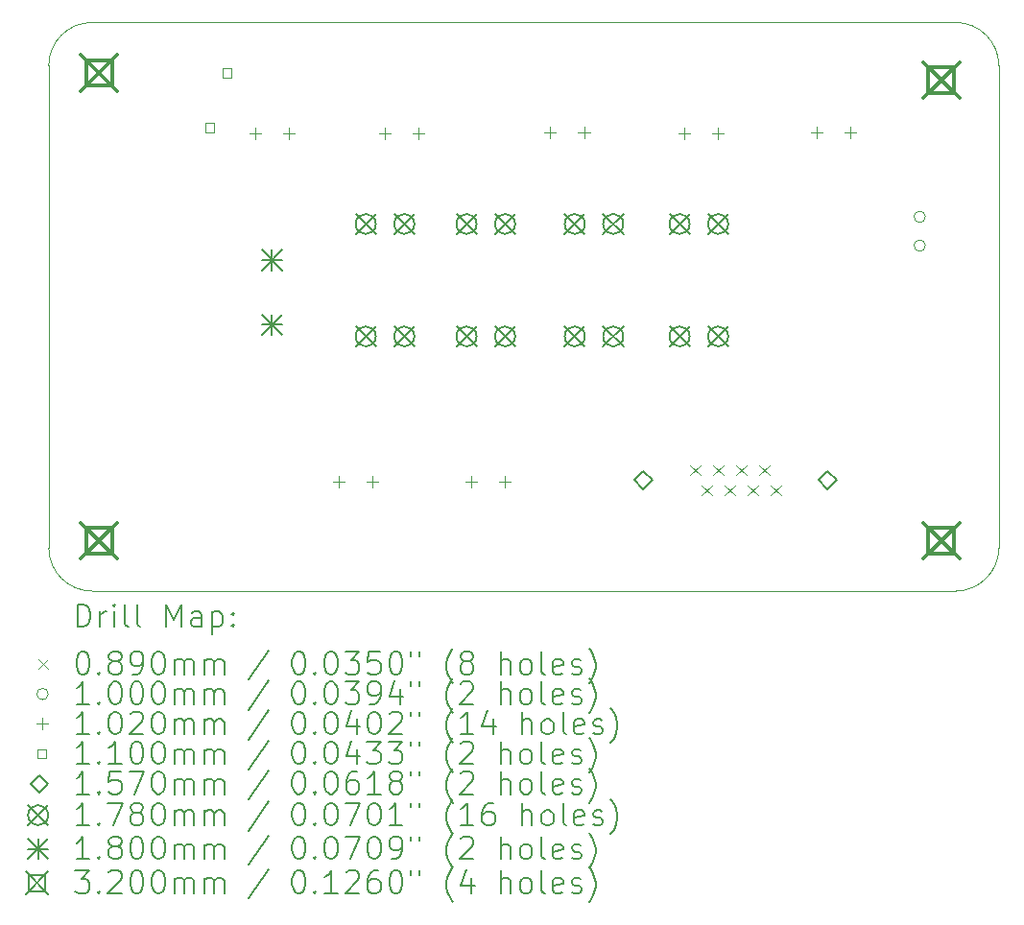
<source format=gbr>
%FSLAX45Y45*%
G04 Gerber Fmt 4.5, Leading zero omitted, Abs format (unit mm)*
G04 Created by KiCad (PCBNEW (6.0.4)) date 2023-05-16 23:10:23*
%MOMM*%
%LPD*%
G01*
G04 APERTURE LIST*
%TA.AperFunction,Profile*%
%ADD10C,0.100000*%
%TD*%
%ADD11C,0.200000*%
%ADD12C,0.089000*%
%ADD13C,0.100000*%
%ADD14C,0.102000*%
%ADD15C,0.110000*%
%ADD16C,0.157000*%
%ADD17C,0.178000*%
%ADD18C,0.180000*%
%ADD19C,0.320000*%
G04 APERTURE END LIST*
D10*
X4165600Y-10350500D02*
X4165600Y-14605000D01*
X4546600Y-9969500D02*
X12166600Y-9969500D01*
X12547600Y-10350500D02*
G75*
G03*
X12166600Y-9969500I-381000J0D01*
G01*
X4546600Y-9969500D02*
G75*
G03*
X4165600Y-10350500I0J-381000D01*
G01*
X4546600Y-14986000D02*
X12166600Y-14986000D01*
X12166600Y-14986000D02*
G75*
G03*
X12547600Y-14605000I0J381000D01*
G01*
X4165600Y-14605000D02*
G75*
G03*
X4546600Y-14986000I381000J0D01*
G01*
X12547600Y-10350500D02*
X12547600Y-14605000D01*
D11*
D12*
X9823400Y-13874500D02*
X9912400Y-13963500D01*
X9912400Y-13874500D02*
X9823400Y-13963500D01*
X9925000Y-14052500D02*
X10014000Y-14141500D01*
X10014000Y-14052500D02*
X9925000Y-14141500D01*
X10026600Y-13874500D02*
X10115600Y-13963500D01*
X10115600Y-13874500D02*
X10026600Y-13963500D01*
X10128200Y-14052500D02*
X10217200Y-14141500D01*
X10217200Y-14052500D02*
X10128200Y-14141500D01*
X10229800Y-13874500D02*
X10318800Y-13963500D01*
X10318800Y-13874500D02*
X10229800Y-13963500D01*
X10331400Y-14052500D02*
X10420400Y-14141500D01*
X10420400Y-14052500D02*
X10331400Y-14141500D01*
X10433000Y-13874500D02*
X10522000Y-13963500D01*
X10522000Y-13874500D02*
X10433000Y-13963500D01*
X10534600Y-14052500D02*
X10623600Y-14141500D01*
X10623600Y-14052500D02*
X10534600Y-14141500D01*
D13*
X11899100Y-11684000D02*
G75*
G03*
X11899100Y-11684000I-50000J0D01*
G01*
X11899100Y-11938000D02*
G75*
G03*
X11899100Y-11938000I-50000J0D01*
G01*
D14*
X5984100Y-10896600D02*
X5984100Y-10998600D01*
X5933100Y-10947600D02*
X6035100Y-10947600D01*
X6284100Y-10896600D02*
X6284100Y-10998600D01*
X6233100Y-10947600D02*
X6335100Y-10947600D01*
X6723100Y-13969800D02*
X6723100Y-14071800D01*
X6672100Y-14020800D02*
X6774100Y-14020800D01*
X7023100Y-13969800D02*
X7023100Y-14071800D01*
X6972100Y-14020800D02*
X7074100Y-14020800D01*
X7127100Y-10896600D02*
X7127100Y-10998600D01*
X7076100Y-10947600D02*
X7178100Y-10947600D01*
X7427100Y-10896600D02*
X7427100Y-10998600D01*
X7376100Y-10947600D02*
X7478100Y-10947600D01*
X7889100Y-13969800D02*
X7889100Y-14071800D01*
X7838100Y-14020800D02*
X7940100Y-14020800D01*
X8189100Y-13969800D02*
X8189100Y-14071800D01*
X8138100Y-14020800D02*
X8240100Y-14020800D01*
X8587600Y-10887000D02*
X8587600Y-10989000D01*
X8536600Y-10938000D02*
X8638600Y-10938000D01*
X8887600Y-10887000D02*
X8887600Y-10989000D01*
X8836600Y-10938000D02*
X8938600Y-10938000D01*
X9768700Y-10896600D02*
X9768700Y-10998600D01*
X9717700Y-10947600D02*
X9819700Y-10947600D01*
X10068700Y-10896600D02*
X10068700Y-10998600D01*
X10017700Y-10947600D02*
X10119700Y-10947600D01*
X10937100Y-10887000D02*
X10937100Y-10989000D01*
X10886100Y-10938000D02*
X10988100Y-10938000D01*
X11237100Y-10887000D02*
X11237100Y-10989000D01*
X11186100Y-10938000D02*
X11288100Y-10938000D01*
D15*
X5626891Y-10935491D02*
X5626891Y-10857709D01*
X5549109Y-10857709D01*
X5549109Y-10935491D01*
X5626891Y-10935491D01*
X5779291Y-10452891D02*
X5779291Y-10375109D01*
X5701509Y-10375109D01*
X5701509Y-10452891D01*
X5779291Y-10452891D01*
D16*
X9410100Y-14086500D02*
X9488600Y-14008000D01*
X9410100Y-13929500D01*
X9331600Y-14008000D01*
X9410100Y-14086500D01*
X11036100Y-14086500D02*
X11114600Y-14008000D01*
X11036100Y-13929500D01*
X10957600Y-14008000D01*
X11036100Y-14086500D01*
D17*
X6873500Y-11658500D02*
X7051500Y-11836500D01*
X7051500Y-11658500D02*
X6873500Y-11836500D01*
X7051500Y-11747500D02*
G75*
G03*
X7051500Y-11747500I-89000J0D01*
G01*
X6873500Y-12650500D02*
X7051500Y-12828500D01*
X7051500Y-12650500D02*
X6873500Y-12828500D01*
X7051500Y-12739500D02*
G75*
G03*
X7051500Y-12739500I-89000J0D01*
G01*
X7213500Y-11658500D02*
X7391500Y-11836500D01*
X7391500Y-11658500D02*
X7213500Y-11836500D01*
X7391500Y-11747500D02*
G75*
G03*
X7391500Y-11747500I-89000J0D01*
G01*
X7213500Y-12650500D02*
X7391500Y-12828500D01*
X7391500Y-12650500D02*
X7213500Y-12828500D01*
X7391500Y-12739500D02*
G75*
G03*
X7391500Y-12739500I-89000J0D01*
G01*
X7762500Y-11658500D02*
X7940500Y-11836500D01*
X7940500Y-11658500D02*
X7762500Y-11836500D01*
X7940500Y-11747500D02*
G75*
G03*
X7940500Y-11747500I-89000J0D01*
G01*
X7762500Y-12650500D02*
X7940500Y-12828500D01*
X7940500Y-12650500D02*
X7762500Y-12828500D01*
X7940500Y-12739500D02*
G75*
G03*
X7940500Y-12739500I-89000J0D01*
G01*
X8102500Y-11658500D02*
X8280500Y-11836500D01*
X8280500Y-11658500D02*
X8102500Y-11836500D01*
X8280500Y-11747500D02*
G75*
G03*
X8280500Y-11747500I-89000J0D01*
G01*
X8102500Y-12650500D02*
X8280500Y-12828500D01*
X8280500Y-12650500D02*
X8102500Y-12828500D01*
X8280500Y-12739500D02*
G75*
G03*
X8280500Y-12739500I-89000J0D01*
G01*
X8716677Y-11658500D02*
X8894677Y-11836500D01*
X8894677Y-11658500D02*
X8716677Y-11836500D01*
X8894677Y-11747500D02*
G75*
G03*
X8894677Y-11747500I-89000J0D01*
G01*
X8716677Y-12650500D02*
X8894677Y-12828500D01*
X8894677Y-12650500D02*
X8716677Y-12828500D01*
X8894677Y-12739500D02*
G75*
G03*
X8894677Y-12739500I-89000J0D01*
G01*
X9056677Y-11658500D02*
X9234677Y-11836500D01*
X9234677Y-11658500D02*
X9056677Y-11836500D01*
X9234677Y-11747500D02*
G75*
G03*
X9234677Y-11747500I-89000J0D01*
G01*
X9056677Y-12650500D02*
X9234677Y-12828500D01*
X9234677Y-12650500D02*
X9056677Y-12828500D01*
X9234677Y-12739500D02*
G75*
G03*
X9234677Y-12739500I-89000J0D01*
G01*
X9642100Y-11658500D02*
X9820100Y-11836500D01*
X9820100Y-11658500D02*
X9642100Y-11836500D01*
X9820100Y-11747500D02*
G75*
G03*
X9820100Y-11747500I-89000J0D01*
G01*
X9642100Y-12650500D02*
X9820100Y-12828500D01*
X9820100Y-12650500D02*
X9642100Y-12828500D01*
X9820100Y-12739500D02*
G75*
G03*
X9820100Y-12739500I-89000J0D01*
G01*
X9982100Y-11658500D02*
X10160100Y-11836500D01*
X10160100Y-11658500D02*
X9982100Y-11836500D01*
X10160100Y-11747500D02*
G75*
G03*
X10160100Y-11747500I-89000J0D01*
G01*
X9982100Y-12650500D02*
X10160100Y-12828500D01*
X10160100Y-12650500D02*
X9982100Y-12828500D01*
X10160100Y-12739500D02*
G75*
G03*
X10160100Y-12739500I-89000J0D01*
G01*
D18*
X6044100Y-11976500D02*
X6224100Y-12156500D01*
X6224100Y-11976500D02*
X6044100Y-12156500D01*
X6134100Y-11976500D02*
X6134100Y-12156500D01*
X6044100Y-12066500D02*
X6224100Y-12066500D01*
X6044100Y-12546500D02*
X6224100Y-12726500D01*
X6224100Y-12546500D02*
X6044100Y-12726500D01*
X6134100Y-12546500D02*
X6134100Y-12726500D01*
X6044100Y-12636500D02*
X6224100Y-12636500D01*
D19*
X4450100Y-10254000D02*
X4770100Y-10574000D01*
X4770100Y-10254000D02*
X4450100Y-10574000D01*
X4723238Y-10527138D02*
X4723238Y-10300862D01*
X4496962Y-10300862D01*
X4496962Y-10527138D01*
X4723238Y-10527138D01*
X4450100Y-14381500D02*
X4770100Y-14701500D01*
X4770100Y-14381500D02*
X4450100Y-14701500D01*
X4723238Y-14654638D02*
X4723238Y-14428362D01*
X4496962Y-14428362D01*
X4496962Y-14654638D01*
X4723238Y-14654638D01*
X11879600Y-10317500D02*
X12199600Y-10637500D01*
X12199600Y-10317500D02*
X11879600Y-10637500D01*
X12152738Y-10590638D02*
X12152738Y-10364362D01*
X11926462Y-10364362D01*
X11926462Y-10590638D01*
X12152738Y-10590638D01*
X11879600Y-14381500D02*
X12199600Y-14701500D01*
X12199600Y-14381500D02*
X11879600Y-14701500D01*
X12152738Y-14654638D02*
X12152738Y-14428362D01*
X11926462Y-14428362D01*
X11926462Y-14654638D01*
X12152738Y-14654638D01*
D11*
X4418219Y-15301476D02*
X4418219Y-15101476D01*
X4465838Y-15101476D01*
X4494410Y-15111000D01*
X4513457Y-15130048D01*
X4522981Y-15149095D01*
X4532505Y-15187190D01*
X4532505Y-15215762D01*
X4522981Y-15253857D01*
X4513457Y-15272905D01*
X4494410Y-15291952D01*
X4465838Y-15301476D01*
X4418219Y-15301476D01*
X4618219Y-15301476D02*
X4618219Y-15168143D01*
X4618219Y-15206238D02*
X4627743Y-15187190D01*
X4637267Y-15177667D01*
X4656314Y-15168143D01*
X4675362Y-15168143D01*
X4742029Y-15301476D02*
X4742029Y-15168143D01*
X4742029Y-15101476D02*
X4732505Y-15111000D01*
X4742029Y-15120524D01*
X4751552Y-15111000D01*
X4742029Y-15101476D01*
X4742029Y-15120524D01*
X4865838Y-15301476D02*
X4846790Y-15291952D01*
X4837267Y-15272905D01*
X4837267Y-15101476D01*
X4970600Y-15301476D02*
X4951552Y-15291952D01*
X4942029Y-15272905D01*
X4942029Y-15101476D01*
X5199171Y-15301476D02*
X5199171Y-15101476D01*
X5265838Y-15244333D01*
X5332505Y-15101476D01*
X5332505Y-15301476D01*
X5513457Y-15301476D02*
X5513457Y-15196714D01*
X5503933Y-15177667D01*
X5484886Y-15168143D01*
X5446790Y-15168143D01*
X5427743Y-15177667D01*
X5513457Y-15291952D02*
X5494410Y-15301476D01*
X5446790Y-15301476D01*
X5427743Y-15291952D01*
X5418219Y-15272905D01*
X5418219Y-15253857D01*
X5427743Y-15234809D01*
X5446790Y-15225286D01*
X5494410Y-15225286D01*
X5513457Y-15215762D01*
X5608695Y-15168143D02*
X5608695Y-15368143D01*
X5608695Y-15177667D02*
X5627743Y-15168143D01*
X5665838Y-15168143D01*
X5684886Y-15177667D01*
X5694409Y-15187190D01*
X5703933Y-15206238D01*
X5703933Y-15263381D01*
X5694409Y-15282428D01*
X5684886Y-15291952D01*
X5665838Y-15301476D01*
X5627743Y-15301476D01*
X5608695Y-15291952D01*
X5789648Y-15282428D02*
X5799171Y-15291952D01*
X5789648Y-15301476D01*
X5780124Y-15291952D01*
X5789648Y-15282428D01*
X5789648Y-15301476D01*
X5789648Y-15177667D02*
X5799171Y-15187190D01*
X5789648Y-15196714D01*
X5780124Y-15187190D01*
X5789648Y-15177667D01*
X5789648Y-15196714D01*
D12*
X4071600Y-15586500D02*
X4160600Y-15675500D01*
X4160600Y-15586500D02*
X4071600Y-15675500D01*
D11*
X4456314Y-15521476D02*
X4475362Y-15521476D01*
X4494410Y-15531000D01*
X4503933Y-15540524D01*
X4513457Y-15559571D01*
X4522981Y-15597667D01*
X4522981Y-15645286D01*
X4513457Y-15683381D01*
X4503933Y-15702428D01*
X4494410Y-15711952D01*
X4475362Y-15721476D01*
X4456314Y-15721476D01*
X4437267Y-15711952D01*
X4427743Y-15702428D01*
X4418219Y-15683381D01*
X4408695Y-15645286D01*
X4408695Y-15597667D01*
X4418219Y-15559571D01*
X4427743Y-15540524D01*
X4437267Y-15531000D01*
X4456314Y-15521476D01*
X4608695Y-15702428D02*
X4618219Y-15711952D01*
X4608695Y-15721476D01*
X4599171Y-15711952D01*
X4608695Y-15702428D01*
X4608695Y-15721476D01*
X4732505Y-15607190D02*
X4713457Y-15597667D01*
X4703933Y-15588143D01*
X4694410Y-15569095D01*
X4694410Y-15559571D01*
X4703933Y-15540524D01*
X4713457Y-15531000D01*
X4732505Y-15521476D01*
X4770600Y-15521476D01*
X4789648Y-15531000D01*
X4799171Y-15540524D01*
X4808695Y-15559571D01*
X4808695Y-15569095D01*
X4799171Y-15588143D01*
X4789648Y-15597667D01*
X4770600Y-15607190D01*
X4732505Y-15607190D01*
X4713457Y-15616714D01*
X4703933Y-15626238D01*
X4694410Y-15645286D01*
X4694410Y-15683381D01*
X4703933Y-15702428D01*
X4713457Y-15711952D01*
X4732505Y-15721476D01*
X4770600Y-15721476D01*
X4789648Y-15711952D01*
X4799171Y-15702428D01*
X4808695Y-15683381D01*
X4808695Y-15645286D01*
X4799171Y-15626238D01*
X4789648Y-15616714D01*
X4770600Y-15607190D01*
X4903933Y-15721476D02*
X4942029Y-15721476D01*
X4961076Y-15711952D01*
X4970600Y-15702428D01*
X4989648Y-15673857D01*
X4999171Y-15635762D01*
X4999171Y-15559571D01*
X4989648Y-15540524D01*
X4980124Y-15531000D01*
X4961076Y-15521476D01*
X4922981Y-15521476D01*
X4903933Y-15531000D01*
X4894410Y-15540524D01*
X4884886Y-15559571D01*
X4884886Y-15607190D01*
X4894410Y-15626238D01*
X4903933Y-15635762D01*
X4922981Y-15645286D01*
X4961076Y-15645286D01*
X4980124Y-15635762D01*
X4989648Y-15626238D01*
X4999171Y-15607190D01*
X5122981Y-15521476D02*
X5142029Y-15521476D01*
X5161076Y-15531000D01*
X5170600Y-15540524D01*
X5180124Y-15559571D01*
X5189648Y-15597667D01*
X5189648Y-15645286D01*
X5180124Y-15683381D01*
X5170600Y-15702428D01*
X5161076Y-15711952D01*
X5142029Y-15721476D01*
X5122981Y-15721476D01*
X5103933Y-15711952D01*
X5094410Y-15702428D01*
X5084886Y-15683381D01*
X5075362Y-15645286D01*
X5075362Y-15597667D01*
X5084886Y-15559571D01*
X5094410Y-15540524D01*
X5103933Y-15531000D01*
X5122981Y-15521476D01*
X5275362Y-15721476D02*
X5275362Y-15588143D01*
X5275362Y-15607190D02*
X5284886Y-15597667D01*
X5303933Y-15588143D01*
X5332505Y-15588143D01*
X5351552Y-15597667D01*
X5361076Y-15616714D01*
X5361076Y-15721476D01*
X5361076Y-15616714D02*
X5370600Y-15597667D01*
X5389648Y-15588143D01*
X5418219Y-15588143D01*
X5437267Y-15597667D01*
X5446790Y-15616714D01*
X5446790Y-15721476D01*
X5542029Y-15721476D02*
X5542029Y-15588143D01*
X5542029Y-15607190D02*
X5551552Y-15597667D01*
X5570600Y-15588143D01*
X5599171Y-15588143D01*
X5618219Y-15597667D01*
X5627743Y-15616714D01*
X5627743Y-15721476D01*
X5627743Y-15616714D02*
X5637267Y-15597667D01*
X5656314Y-15588143D01*
X5684886Y-15588143D01*
X5703933Y-15597667D01*
X5713457Y-15616714D01*
X5713457Y-15721476D01*
X6103933Y-15511952D02*
X5932505Y-15769095D01*
X6361076Y-15521476D02*
X6380124Y-15521476D01*
X6399171Y-15531000D01*
X6408695Y-15540524D01*
X6418219Y-15559571D01*
X6427743Y-15597667D01*
X6427743Y-15645286D01*
X6418219Y-15683381D01*
X6408695Y-15702428D01*
X6399171Y-15711952D01*
X6380124Y-15721476D01*
X6361076Y-15721476D01*
X6342028Y-15711952D01*
X6332505Y-15702428D01*
X6322981Y-15683381D01*
X6313457Y-15645286D01*
X6313457Y-15597667D01*
X6322981Y-15559571D01*
X6332505Y-15540524D01*
X6342028Y-15531000D01*
X6361076Y-15521476D01*
X6513457Y-15702428D02*
X6522981Y-15711952D01*
X6513457Y-15721476D01*
X6503933Y-15711952D01*
X6513457Y-15702428D01*
X6513457Y-15721476D01*
X6646790Y-15521476D02*
X6665838Y-15521476D01*
X6684886Y-15531000D01*
X6694409Y-15540524D01*
X6703933Y-15559571D01*
X6713457Y-15597667D01*
X6713457Y-15645286D01*
X6703933Y-15683381D01*
X6694409Y-15702428D01*
X6684886Y-15711952D01*
X6665838Y-15721476D01*
X6646790Y-15721476D01*
X6627743Y-15711952D01*
X6618219Y-15702428D01*
X6608695Y-15683381D01*
X6599171Y-15645286D01*
X6599171Y-15597667D01*
X6608695Y-15559571D01*
X6618219Y-15540524D01*
X6627743Y-15531000D01*
X6646790Y-15521476D01*
X6780124Y-15521476D02*
X6903933Y-15521476D01*
X6837267Y-15597667D01*
X6865838Y-15597667D01*
X6884886Y-15607190D01*
X6894409Y-15616714D01*
X6903933Y-15635762D01*
X6903933Y-15683381D01*
X6894409Y-15702428D01*
X6884886Y-15711952D01*
X6865838Y-15721476D01*
X6808695Y-15721476D01*
X6789648Y-15711952D01*
X6780124Y-15702428D01*
X7084886Y-15521476D02*
X6989648Y-15521476D01*
X6980124Y-15616714D01*
X6989648Y-15607190D01*
X7008695Y-15597667D01*
X7056314Y-15597667D01*
X7075362Y-15607190D01*
X7084886Y-15616714D01*
X7094409Y-15635762D01*
X7094409Y-15683381D01*
X7084886Y-15702428D01*
X7075362Y-15711952D01*
X7056314Y-15721476D01*
X7008695Y-15721476D01*
X6989648Y-15711952D01*
X6980124Y-15702428D01*
X7218219Y-15521476D02*
X7237267Y-15521476D01*
X7256314Y-15531000D01*
X7265838Y-15540524D01*
X7275362Y-15559571D01*
X7284886Y-15597667D01*
X7284886Y-15645286D01*
X7275362Y-15683381D01*
X7265838Y-15702428D01*
X7256314Y-15711952D01*
X7237267Y-15721476D01*
X7218219Y-15721476D01*
X7199171Y-15711952D01*
X7189648Y-15702428D01*
X7180124Y-15683381D01*
X7170600Y-15645286D01*
X7170600Y-15597667D01*
X7180124Y-15559571D01*
X7189648Y-15540524D01*
X7199171Y-15531000D01*
X7218219Y-15521476D01*
X7361076Y-15521476D02*
X7361076Y-15559571D01*
X7437267Y-15521476D02*
X7437267Y-15559571D01*
X7732505Y-15797667D02*
X7722981Y-15788143D01*
X7703933Y-15759571D01*
X7694409Y-15740524D01*
X7684886Y-15711952D01*
X7675362Y-15664333D01*
X7675362Y-15626238D01*
X7684886Y-15578619D01*
X7694409Y-15550048D01*
X7703933Y-15531000D01*
X7722981Y-15502428D01*
X7732505Y-15492905D01*
X7837267Y-15607190D02*
X7818219Y-15597667D01*
X7808695Y-15588143D01*
X7799171Y-15569095D01*
X7799171Y-15559571D01*
X7808695Y-15540524D01*
X7818219Y-15531000D01*
X7837267Y-15521476D01*
X7875362Y-15521476D01*
X7894409Y-15531000D01*
X7903933Y-15540524D01*
X7913457Y-15559571D01*
X7913457Y-15569095D01*
X7903933Y-15588143D01*
X7894409Y-15597667D01*
X7875362Y-15607190D01*
X7837267Y-15607190D01*
X7818219Y-15616714D01*
X7808695Y-15626238D01*
X7799171Y-15645286D01*
X7799171Y-15683381D01*
X7808695Y-15702428D01*
X7818219Y-15711952D01*
X7837267Y-15721476D01*
X7875362Y-15721476D01*
X7894409Y-15711952D01*
X7903933Y-15702428D01*
X7913457Y-15683381D01*
X7913457Y-15645286D01*
X7903933Y-15626238D01*
X7894409Y-15616714D01*
X7875362Y-15607190D01*
X8151552Y-15721476D02*
X8151552Y-15521476D01*
X8237267Y-15721476D02*
X8237267Y-15616714D01*
X8227743Y-15597667D01*
X8208695Y-15588143D01*
X8180124Y-15588143D01*
X8161076Y-15597667D01*
X8151552Y-15607190D01*
X8361076Y-15721476D02*
X8342028Y-15711952D01*
X8332505Y-15702428D01*
X8322981Y-15683381D01*
X8322981Y-15626238D01*
X8332505Y-15607190D01*
X8342028Y-15597667D01*
X8361076Y-15588143D01*
X8389648Y-15588143D01*
X8408695Y-15597667D01*
X8418219Y-15607190D01*
X8427743Y-15626238D01*
X8427743Y-15683381D01*
X8418219Y-15702428D01*
X8408695Y-15711952D01*
X8389648Y-15721476D01*
X8361076Y-15721476D01*
X8542029Y-15721476D02*
X8522981Y-15711952D01*
X8513457Y-15692905D01*
X8513457Y-15521476D01*
X8694410Y-15711952D02*
X8675362Y-15721476D01*
X8637267Y-15721476D01*
X8618219Y-15711952D01*
X8608695Y-15692905D01*
X8608695Y-15616714D01*
X8618219Y-15597667D01*
X8637267Y-15588143D01*
X8675362Y-15588143D01*
X8694410Y-15597667D01*
X8703933Y-15616714D01*
X8703933Y-15635762D01*
X8608695Y-15654809D01*
X8780124Y-15711952D02*
X8799171Y-15721476D01*
X8837267Y-15721476D01*
X8856314Y-15711952D01*
X8865838Y-15692905D01*
X8865838Y-15683381D01*
X8856314Y-15664333D01*
X8837267Y-15654809D01*
X8808695Y-15654809D01*
X8789648Y-15645286D01*
X8780124Y-15626238D01*
X8780124Y-15616714D01*
X8789648Y-15597667D01*
X8808695Y-15588143D01*
X8837267Y-15588143D01*
X8856314Y-15597667D01*
X8932505Y-15797667D02*
X8942029Y-15788143D01*
X8961076Y-15759571D01*
X8970600Y-15740524D01*
X8980124Y-15711952D01*
X8989648Y-15664333D01*
X8989648Y-15626238D01*
X8980124Y-15578619D01*
X8970600Y-15550048D01*
X8961076Y-15531000D01*
X8942029Y-15502428D01*
X8932505Y-15492905D01*
D13*
X4160600Y-15895000D02*
G75*
G03*
X4160600Y-15895000I-50000J0D01*
G01*
D11*
X4522981Y-15985476D02*
X4408695Y-15985476D01*
X4465838Y-15985476D02*
X4465838Y-15785476D01*
X4446790Y-15814048D01*
X4427743Y-15833095D01*
X4408695Y-15842619D01*
X4608695Y-15966428D02*
X4618219Y-15975952D01*
X4608695Y-15985476D01*
X4599171Y-15975952D01*
X4608695Y-15966428D01*
X4608695Y-15985476D01*
X4742029Y-15785476D02*
X4761076Y-15785476D01*
X4780124Y-15795000D01*
X4789648Y-15804524D01*
X4799171Y-15823571D01*
X4808695Y-15861667D01*
X4808695Y-15909286D01*
X4799171Y-15947381D01*
X4789648Y-15966428D01*
X4780124Y-15975952D01*
X4761076Y-15985476D01*
X4742029Y-15985476D01*
X4722981Y-15975952D01*
X4713457Y-15966428D01*
X4703933Y-15947381D01*
X4694410Y-15909286D01*
X4694410Y-15861667D01*
X4703933Y-15823571D01*
X4713457Y-15804524D01*
X4722981Y-15795000D01*
X4742029Y-15785476D01*
X4932505Y-15785476D02*
X4951552Y-15785476D01*
X4970600Y-15795000D01*
X4980124Y-15804524D01*
X4989648Y-15823571D01*
X4999171Y-15861667D01*
X4999171Y-15909286D01*
X4989648Y-15947381D01*
X4980124Y-15966428D01*
X4970600Y-15975952D01*
X4951552Y-15985476D01*
X4932505Y-15985476D01*
X4913457Y-15975952D01*
X4903933Y-15966428D01*
X4894410Y-15947381D01*
X4884886Y-15909286D01*
X4884886Y-15861667D01*
X4894410Y-15823571D01*
X4903933Y-15804524D01*
X4913457Y-15795000D01*
X4932505Y-15785476D01*
X5122981Y-15785476D02*
X5142029Y-15785476D01*
X5161076Y-15795000D01*
X5170600Y-15804524D01*
X5180124Y-15823571D01*
X5189648Y-15861667D01*
X5189648Y-15909286D01*
X5180124Y-15947381D01*
X5170600Y-15966428D01*
X5161076Y-15975952D01*
X5142029Y-15985476D01*
X5122981Y-15985476D01*
X5103933Y-15975952D01*
X5094410Y-15966428D01*
X5084886Y-15947381D01*
X5075362Y-15909286D01*
X5075362Y-15861667D01*
X5084886Y-15823571D01*
X5094410Y-15804524D01*
X5103933Y-15795000D01*
X5122981Y-15785476D01*
X5275362Y-15985476D02*
X5275362Y-15852143D01*
X5275362Y-15871190D02*
X5284886Y-15861667D01*
X5303933Y-15852143D01*
X5332505Y-15852143D01*
X5351552Y-15861667D01*
X5361076Y-15880714D01*
X5361076Y-15985476D01*
X5361076Y-15880714D02*
X5370600Y-15861667D01*
X5389648Y-15852143D01*
X5418219Y-15852143D01*
X5437267Y-15861667D01*
X5446790Y-15880714D01*
X5446790Y-15985476D01*
X5542029Y-15985476D02*
X5542029Y-15852143D01*
X5542029Y-15871190D02*
X5551552Y-15861667D01*
X5570600Y-15852143D01*
X5599171Y-15852143D01*
X5618219Y-15861667D01*
X5627743Y-15880714D01*
X5627743Y-15985476D01*
X5627743Y-15880714D02*
X5637267Y-15861667D01*
X5656314Y-15852143D01*
X5684886Y-15852143D01*
X5703933Y-15861667D01*
X5713457Y-15880714D01*
X5713457Y-15985476D01*
X6103933Y-15775952D02*
X5932505Y-16033095D01*
X6361076Y-15785476D02*
X6380124Y-15785476D01*
X6399171Y-15795000D01*
X6408695Y-15804524D01*
X6418219Y-15823571D01*
X6427743Y-15861667D01*
X6427743Y-15909286D01*
X6418219Y-15947381D01*
X6408695Y-15966428D01*
X6399171Y-15975952D01*
X6380124Y-15985476D01*
X6361076Y-15985476D01*
X6342028Y-15975952D01*
X6332505Y-15966428D01*
X6322981Y-15947381D01*
X6313457Y-15909286D01*
X6313457Y-15861667D01*
X6322981Y-15823571D01*
X6332505Y-15804524D01*
X6342028Y-15795000D01*
X6361076Y-15785476D01*
X6513457Y-15966428D02*
X6522981Y-15975952D01*
X6513457Y-15985476D01*
X6503933Y-15975952D01*
X6513457Y-15966428D01*
X6513457Y-15985476D01*
X6646790Y-15785476D02*
X6665838Y-15785476D01*
X6684886Y-15795000D01*
X6694409Y-15804524D01*
X6703933Y-15823571D01*
X6713457Y-15861667D01*
X6713457Y-15909286D01*
X6703933Y-15947381D01*
X6694409Y-15966428D01*
X6684886Y-15975952D01*
X6665838Y-15985476D01*
X6646790Y-15985476D01*
X6627743Y-15975952D01*
X6618219Y-15966428D01*
X6608695Y-15947381D01*
X6599171Y-15909286D01*
X6599171Y-15861667D01*
X6608695Y-15823571D01*
X6618219Y-15804524D01*
X6627743Y-15795000D01*
X6646790Y-15785476D01*
X6780124Y-15785476D02*
X6903933Y-15785476D01*
X6837267Y-15861667D01*
X6865838Y-15861667D01*
X6884886Y-15871190D01*
X6894409Y-15880714D01*
X6903933Y-15899762D01*
X6903933Y-15947381D01*
X6894409Y-15966428D01*
X6884886Y-15975952D01*
X6865838Y-15985476D01*
X6808695Y-15985476D01*
X6789648Y-15975952D01*
X6780124Y-15966428D01*
X6999171Y-15985476D02*
X7037267Y-15985476D01*
X7056314Y-15975952D01*
X7065838Y-15966428D01*
X7084886Y-15937857D01*
X7094409Y-15899762D01*
X7094409Y-15823571D01*
X7084886Y-15804524D01*
X7075362Y-15795000D01*
X7056314Y-15785476D01*
X7018219Y-15785476D01*
X6999171Y-15795000D01*
X6989648Y-15804524D01*
X6980124Y-15823571D01*
X6980124Y-15871190D01*
X6989648Y-15890238D01*
X6999171Y-15899762D01*
X7018219Y-15909286D01*
X7056314Y-15909286D01*
X7075362Y-15899762D01*
X7084886Y-15890238D01*
X7094409Y-15871190D01*
X7265838Y-15852143D02*
X7265838Y-15985476D01*
X7218219Y-15775952D02*
X7170600Y-15918809D01*
X7294409Y-15918809D01*
X7361076Y-15785476D02*
X7361076Y-15823571D01*
X7437267Y-15785476D02*
X7437267Y-15823571D01*
X7732505Y-16061667D02*
X7722981Y-16052143D01*
X7703933Y-16023571D01*
X7694409Y-16004524D01*
X7684886Y-15975952D01*
X7675362Y-15928333D01*
X7675362Y-15890238D01*
X7684886Y-15842619D01*
X7694409Y-15814048D01*
X7703933Y-15795000D01*
X7722981Y-15766428D01*
X7732505Y-15756905D01*
X7799171Y-15804524D02*
X7808695Y-15795000D01*
X7827743Y-15785476D01*
X7875362Y-15785476D01*
X7894409Y-15795000D01*
X7903933Y-15804524D01*
X7913457Y-15823571D01*
X7913457Y-15842619D01*
X7903933Y-15871190D01*
X7789648Y-15985476D01*
X7913457Y-15985476D01*
X8151552Y-15985476D02*
X8151552Y-15785476D01*
X8237267Y-15985476D02*
X8237267Y-15880714D01*
X8227743Y-15861667D01*
X8208695Y-15852143D01*
X8180124Y-15852143D01*
X8161076Y-15861667D01*
X8151552Y-15871190D01*
X8361076Y-15985476D02*
X8342028Y-15975952D01*
X8332505Y-15966428D01*
X8322981Y-15947381D01*
X8322981Y-15890238D01*
X8332505Y-15871190D01*
X8342028Y-15861667D01*
X8361076Y-15852143D01*
X8389648Y-15852143D01*
X8408695Y-15861667D01*
X8418219Y-15871190D01*
X8427743Y-15890238D01*
X8427743Y-15947381D01*
X8418219Y-15966428D01*
X8408695Y-15975952D01*
X8389648Y-15985476D01*
X8361076Y-15985476D01*
X8542029Y-15985476D02*
X8522981Y-15975952D01*
X8513457Y-15956905D01*
X8513457Y-15785476D01*
X8694410Y-15975952D02*
X8675362Y-15985476D01*
X8637267Y-15985476D01*
X8618219Y-15975952D01*
X8608695Y-15956905D01*
X8608695Y-15880714D01*
X8618219Y-15861667D01*
X8637267Y-15852143D01*
X8675362Y-15852143D01*
X8694410Y-15861667D01*
X8703933Y-15880714D01*
X8703933Y-15899762D01*
X8608695Y-15918809D01*
X8780124Y-15975952D02*
X8799171Y-15985476D01*
X8837267Y-15985476D01*
X8856314Y-15975952D01*
X8865838Y-15956905D01*
X8865838Y-15947381D01*
X8856314Y-15928333D01*
X8837267Y-15918809D01*
X8808695Y-15918809D01*
X8789648Y-15909286D01*
X8780124Y-15890238D01*
X8780124Y-15880714D01*
X8789648Y-15861667D01*
X8808695Y-15852143D01*
X8837267Y-15852143D01*
X8856314Y-15861667D01*
X8932505Y-16061667D02*
X8942029Y-16052143D01*
X8961076Y-16023571D01*
X8970600Y-16004524D01*
X8980124Y-15975952D01*
X8989648Y-15928333D01*
X8989648Y-15890238D01*
X8980124Y-15842619D01*
X8970600Y-15814048D01*
X8961076Y-15795000D01*
X8942029Y-15766428D01*
X8932505Y-15756905D01*
D14*
X4109600Y-16108000D02*
X4109600Y-16210000D01*
X4058600Y-16159000D02*
X4160600Y-16159000D01*
D11*
X4522981Y-16249476D02*
X4408695Y-16249476D01*
X4465838Y-16249476D02*
X4465838Y-16049476D01*
X4446790Y-16078048D01*
X4427743Y-16097095D01*
X4408695Y-16106619D01*
X4608695Y-16230428D02*
X4618219Y-16239952D01*
X4608695Y-16249476D01*
X4599171Y-16239952D01*
X4608695Y-16230428D01*
X4608695Y-16249476D01*
X4742029Y-16049476D02*
X4761076Y-16049476D01*
X4780124Y-16059000D01*
X4789648Y-16068524D01*
X4799171Y-16087571D01*
X4808695Y-16125667D01*
X4808695Y-16173286D01*
X4799171Y-16211381D01*
X4789648Y-16230428D01*
X4780124Y-16239952D01*
X4761076Y-16249476D01*
X4742029Y-16249476D01*
X4722981Y-16239952D01*
X4713457Y-16230428D01*
X4703933Y-16211381D01*
X4694410Y-16173286D01*
X4694410Y-16125667D01*
X4703933Y-16087571D01*
X4713457Y-16068524D01*
X4722981Y-16059000D01*
X4742029Y-16049476D01*
X4884886Y-16068524D02*
X4894410Y-16059000D01*
X4913457Y-16049476D01*
X4961076Y-16049476D01*
X4980124Y-16059000D01*
X4989648Y-16068524D01*
X4999171Y-16087571D01*
X4999171Y-16106619D01*
X4989648Y-16135190D01*
X4875362Y-16249476D01*
X4999171Y-16249476D01*
X5122981Y-16049476D02*
X5142029Y-16049476D01*
X5161076Y-16059000D01*
X5170600Y-16068524D01*
X5180124Y-16087571D01*
X5189648Y-16125667D01*
X5189648Y-16173286D01*
X5180124Y-16211381D01*
X5170600Y-16230428D01*
X5161076Y-16239952D01*
X5142029Y-16249476D01*
X5122981Y-16249476D01*
X5103933Y-16239952D01*
X5094410Y-16230428D01*
X5084886Y-16211381D01*
X5075362Y-16173286D01*
X5075362Y-16125667D01*
X5084886Y-16087571D01*
X5094410Y-16068524D01*
X5103933Y-16059000D01*
X5122981Y-16049476D01*
X5275362Y-16249476D02*
X5275362Y-16116143D01*
X5275362Y-16135190D02*
X5284886Y-16125667D01*
X5303933Y-16116143D01*
X5332505Y-16116143D01*
X5351552Y-16125667D01*
X5361076Y-16144714D01*
X5361076Y-16249476D01*
X5361076Y-16144714D02*
X5370600Y-16125667D01*
X5389648Y-16116143D01*
X5418219Y-16116143D01*
X5437267Y-16125667D01*
X5446790Y-16144714D01*
X5446790Y-16249476D01*
X5542029Y-16249476D02*
X5542029Y-16116143D01*
X5542029Y-16135190D02*
X5551552Y-16125667D01*
X5570600Y-16116143D01*
X5599171Y-16116143D01*
X5618219Y-16125667D01*
X5627743Y-16144714D01*
X5627743Y-16249476D01*
X5627743Y-16144714D02*
X5637267Y-16125667D01*
X5656314Y-16116143D01*
X5684886Y-16116143D01*
X5703933Y-16125667D01*
X5713457Y-16144714D01*
X5713457Y-16249476D01*
X6103933Y-16039952D02*
X5932505Y-16297095D01*
X6361076Y-16049476D02*
X6380124Y-16049476D01*
X6399171Y-16059000D01*
X6408695Y-16068524D01*
X6418219Y-16087571D01*
X6427743Y-16125667D01*
X6427743Y-16173286D01*
X6418219Y-16211381D01*
X6408695Y-16230428D01*
X6399171Y-16239952D01*
X6380124Y-16249476D01*
X6361076Y-16249476D01*
X6342028Y-16239952D01*
X6332505Y-16230428D01*
X6322981Y-16211381D01*
X6313457Y-16173286D01*
X6313457Y-16125667D01*
X6322981Y-16087571D01*
X6332505Y-16068524D01*
X6342028Y-16059000D01*
X6361076Y-16049476D01*
X6513457Y-16230428D02*
X6522981Y-16239952D01*
X6513457Y-16249476D01*
X6503933Y-16239952D01*
X6513457Y-16230428D01*
X6513457Y-16249476D01*
X6646790Y-16049476D02*
X6665838Y-16049476D01*
X6684886Y-16059000D01*
X6694409Y-16068524D01*
X6703933Y-16087571D01*
X6713457Y-16125667D01*
X6713457Y-16173286D01*
X6703933Y-16211381D01*
X6694409Y-16230428D01*
X6684886Y-16239952D01*
X6665838Y-16249476D01*
X6646790Y-16249476D01*
X6627743Y-16239952D01*
X6618219Y-16230428D01*
X6608695Y-16211381D01*
X6599171Y-16173286D01*
X6599171Y-16125667D01*
X6608695Y-16087571D01*
X6618219Y-16068524D01*
X6627743Y-16059000D01*
X6646790Y-16049476D01*
X6884886Y-16116143D02*
X6884886Y-16249476D01*
X6837267Y-16039952D02*
X6789648Y-16182809D01*
X6913457Y-16182809D01*
X7027743Y-16049476D02*
X7046790Y-16049476D01*
X7065838Y-16059000D01*
X7075362Y-16068524D01*
X7084886Y-16087571D01*
X7094409Y-16125667D01*
X7094409Y-16173286D01*
X7084886Y-16211381D01*
X7075362Y-16230428D01*
X7065838Y-16239952D01*
X7046790Y-16249476D01*
X7027743Y-16249476D01*
X7008695Y-16239952D01*
X6999171Y-16230428D01*
X6989648Y-16211381D01*
X6980124Y-16173286D01*
X6980124Y-16125667D01*
X6989648Y-16087571D01*
X6999171Y-16068524D01*
X7008695Y-16059000D01*
X7027743Y-16049476D01*
X7170600Y-16068524D02*
X7180124Y-16059000D01*
X7199171Y-16049476D01*
X7246790Y-16049476D01*
X7265838Y-16059000D01*
X7275362Y-16068524D01*
X7284886Y-16087571D01*
X7284886Y-16106619D01*
X7275362Y-16135190D01*
X7161076Y-16249476D01*
X7284886Y-16249476D01*
X7361076Y-16049476D02*
X7361076Y-16087571D01*
X7437267Y-16049476D02*
X7437267Y-16087571D01*
X7732505Y-16325667D02*
X7722981Y-16316143D01*
X7703933Y-16287571D01*
X7694409Y-16268524D01*
X7684886Y-16239952D01*
X7675362Y-16192333D01*
X7675362Y-16154238D01*
X7684886Y-16106619D01*
X7694409Y-16078048D01*
X7703933Y-16059000D01*
X7722981Y-16030428D01*
X7732505Y-16020905D01*
X7913457Y-16249476D02*
X7799171Y-16249476D01*
X7856314Y-16249476D02*
X7856314Y-16049476D01*
X7837267Y-16078048D01*
X7818219Y-16097095D01*
X7799171Y-16106619D01*
X8084886Y-16116143D02*
X8084886Y-16249476D01*
X8037267Y-16039952D02*
X7989648Y-16182809D01*
X8113457Y-16182809D01*
X8342028Y-16249476D02*
X8342028Y-16049476D01*
X8427743Y-16249476D02*
X8427743Y-16144714D01*
X8418219Y-16125667D01*
X8399171Y-16116143D01*
X8370600Y-16116143D01*
X8351552Y-16125667D01*
X8342028Y-16135190D01*
X8551552Y-16249476D02*
X8532505Y-16239952D01*
X8522981Y-16230428D01*
X8513457Y-16211381D01*
X8513457Y-16154238D01*
X8522981Y-16135190D01*
X8532505Y-16125667D01*
X8551552Y-16116143D01*
X8580124Y-16116143D01*
X8599171Y-16125667D01*
X8608695Y-16135190D01*
X8618219Y-16154238D01*
X8618219Y-16211381D01*
X8608695Y-16230428D01*
X8599171Y-16239952D01*
X8580124Y-16249476D01*
X8551552Y-16249476D01*
X8732505Y-16249476D02*
X8713457Y-16239952D01*
X8703933Y-16220905D01*
X8703933Y-16049476D01*
X8884886Y-16239952D02*
X8865838Y-16249476D01*
X8827743Y-16249476D01*
X8808695Y-16239952D01*
X8799171Y-16220905D01*
X8799171Y-16144714D01*
X8808695Y-16125667D01*
X8827743Y-16116143D01*
X8865838Y-16116143D01*
X8884886Y-16125667D01*
X8894410Y-16144714D01*
X8894410Y-16163762D01*
X8799171Y-16182809D01*
X8970600Y-16239952D02*
X8989648Y-16249476D01*
X9027743Y-16249476D01*
X9046790Y-16239952D01*
X9056314Y-16220905D01*
X9056314Y-16211381D01*
X9046790Y-16192333D01*
X9027743Y-16182809D01*
X8999171Y-16182809D01*
X8980124Y-16173286D01*
X8970600Y-16154238D01*
X8970600Y-16144714D01*
X8980124Y-16125667D01*
X8999171Y-16116143D01*
X9027743Y-16116143D01*
X9046790Y-16125667D01*
X9122981Y-16325667D02*
X9132505Y-16316143D01*
X9151552Y-16287571D01*
X9161076Y-16268524D01*
X9170600Y-16239952D01*
X9180124Y-16192333D01*
X9180124Y-16154238D01*
X9170600Y-16106619D01*
X9161076Y-16078048D01*
X9151552Y-16059000D01*
X9132505Y-16030428D01*
X9122981Y-16020905D01*
D15*
X4144491Y-16461891D02*
X4144491Y-16384109D01*
X4066709Y-16384109D01*
X4066709Y-16461891D01*
X4144491Y-16461891D01*
D11*
X4522981Y-16513476D02*
X4408695Y-16513476D01*
X4465838Y-16513476D02*
X4465838Y-16313476D01*
X4446790Y-16342048D01*
X4427743Y-16361095D01*
X4408695Y-16370619D01*
X4608695Y-16494428D02*
X4618219Y-16503952D01*
X4608695Y-16513476D01*
X4599171Y-16503952D01*
X4608695Y-16494428D01*
X4608695Y-16513476D01*
X4808695Y-16513476D02*
X4694410Y-16513476D01*
X4751552Y-16513476D02*
X4751552Y-16313476D01*
X4732505Y-16342048D01*
X4713457Y-16361095D01*
X4694410Y-16370619D01*
X4932505Y-16313476D02*
X4951552Y-16313476D01*
X4970600Y-16323000D01*
X4980124Y-16332524D01*
X4989648Y-16351571D01*
X4999171Y-16389667D01*
X4999171Y-16437286D01*
X4989648Y-16475381D01*
X4980124Y-16494428D01*
X4970600Y-16503952D01*
X4951552Y-16513476D01*
X4932505Y-16513476D01*
X4913457Y-16503952D01*
X4903933Y-16494428D01*
X4894410Y-16475381D01*
X4884886Y-16437286D01*
X4884886Y-16389667D01*
X4894410Y-16351571D01*
X4903933Y-16332524D01*
X4913457Y-16323000D01*
X4932505Y-16313476D01*
X5122981Y-16313476D02*
X5142029Y-16313476D01*
X5161076Y-16323000D01*
X5170600Y-16332524D01*
X5180124Y-16351571D01*
X5189648Y-16389667D01*
X5189648Y-16437286D01*
X5180124Y-16475381D01*
X5170600Y-16494428D01*
X5161076Y-16503952D01*
X5142029Y-16513476D01*
X5122981Y-16513476D01*
X5103933Y-16503952D01*
X5094410Y-16494428D01*
X5084886Y-16475381D01*
X5075362Y-16437286D01*
X5075362Y-16389667D01*
X5084886Y-16351571D01*
X5094410Y-16332524D01*
X5103933Y-16323000D01*
X5122981Y-16313476D01*
X5275362Y-16513476D02*
X5275362Y-16380143D01*
X5275362Y-16399190D02*
X5284886Y-16389667D01*
X5303933Y-16380143D01*
X5332505Y-16380143D01*
X5351552Y-16389667D01*
X5361076Y-16408714D01*
X5361076Y-16513476D01*
X5361076Y-16408714D02*
X5370600Y-16389667D01*
X5389648Y-16380143D01*
X5418219Y-16380143D01*
X5437267Y-16389667D01*
X5446790Y-16408714D01*
X5446790Y-16513476D01*
X5542029Y-16513476D02*
X5542029Y-16380143D01*
X5542029Y-16399190D02*
X5551552Y-16389667D01*
X5570600Y-16380143D01*
X5599171Y-16380143D01*
X5618219Y-16389667D01*
X5627743Y-16408714D01*
X5627743Y-16513476D01*
X5627743Y-16408714D02*
X5637267Y-16389667D01*
X5656314Y-16380143D01*
X5684886Y-16380143D01*
X5703933Y-16389667D01*
X5713457Y-16408714D01*
X5713457Y-16513476D01*
X6103933Y-16303952D02*
X5932505Y-16561095D01*
X6361076Y-16313476D02*
X6380124Y-16313476D01*
X6399171Y-16323000D01*
X6408695Y-16332524D01*
X6418219Y-16351571D01*
X6427743Y-16389667D01*
X6427743Y-16437286D01*
X6418219Y-16475381D01*
X6408695Y-16494428D01*
X6399171Y-16503952D01*
X6380124Y-16513476D01*
X6361076Y-16513476D01*
X6342028Y-16503952D01*
X6332505Y-16494428D01*
X6322981Y-16475381D01*
X6313457Y-16437286D01*
X6313457Y-16389667D01*
X6322981Y-16351571D01*
X6332505Y-16332524D01*
X6342028Y-16323000D01*
X6361076Y-16313476D01*
X6513457Y-16494428D02*
X6522981Y-16503952D01*
X6513457Y-16513476D01*
X6503933Y-16503952D01*
X6513457Y-16494428D01*
X6513457Y-16513476D01*
X6646790Y-16313476D02*
X6665838Y-16313476D01*
X6684886Y-16323000D01*
X6694409Y-16332524D01*
X6703933Y-16351571D01*
X6713457Y-16389667D01*
X6713457Y-16437286D01*
X6703933Y-16475381D01*
X6694409Y-16494428D01*
X6684886Y-16503952D01*
X6665838Y-16513476D01*
X6646790Y-16513476D01*
X6627743Y-16503952D01*
X6618219Y-16494428D01*
X6608695Y-16475381D01*
X6599171Y-16437286D01*
X6599171Y-16389667D01*
X6608695Y-16351571D01*
X6618219Y-16332524D01*
X6627743Y-16323000D01*
X6646790Y-16313476D01*
X6884886Y-16380143D02*
X6884886Y-16513476D01*
X6837267Y-16303952D02*
X6789648Y-16446809D01*
X6913457Y-16446809D01*
X6970600Y-16313476D02*
X7094409Y-16313476D01*
X7027743Y-16389667D01*
X7056314Y-16389667D01*
X7075362Y-16399190D01*
X7084886Y-16408714D01*
X7094409Y-16427762D01*
X7094409Y-16475381D01*
X7084886Y-16494428D01*
X7075362Y-16503952D01*
X7056314Y-16513476D01*
X6999171Y-16513476D01*
X6980124Y-16503952D01*
X6970600Y-16494428D01*
X7161076Y-16313476D02*
X7284886Y-16313476D01*
X7218219Y-16389667D01*
X7246790Y-16389667D01*
X7265838Y-16399190D01*
X7275362Y-16408714D01*
X7284886Y-16427762D01*
X7284886Y-16475381D01*
X7275362Y-16494428D01*
X7265838Y-16503952D01*
X7246790Y-16513476D01*
X7189648Y-16513476D01*
X7170600Y-16503952D01*
X7161076Y-16494428D01*
X7361076Y-16313476D02*
X7361076Y-16351571D01*
X7437267Y-16313476D02*
X7437267Y-16351571D01*
X7732505Y-16589667D02*
X7722981Y-16580143D01*
X7703933Y-16551571D01*
X7694409Y-16532524D01*
X7684886Y-16503952D01*
X7675362Y-16456333D01*
X7675362Y-16418238D01*
X7684886Y-16370619D01*
X7694409Y-16342048D01*
X7703933Y-16323000D01*
X7722981Y-16294428D01*
X7732505Y-16284905D01*
X7799171Y-16332524D02*
X7808695Y-16323000D01*
X7827743Y-16313476D01*
X7875362Y-16313476D01*
X7894409Y-16323000D01*
X7903933Y-16332524D01*
X7913457Y-16351571D01*
X7913457Y-16370619D01*
X7903933Y-16399190D01*
X7789648Y-16513476D01*
X7913457Y-16513476D01*
X8151552Y-16513476D02*
X8151552Y-16313476D01*
X8237267Y-16513476D02*
X8237267Y-16408714D01*
X8227743Y-16389667D01*
X8208695Y-16380143D01*
X8180124Y-16380143D01*
X8161076Y-16389667D01*
X8151552Y-16399190D01*
X8361076Y-16513476D02*
X8342028Y-16503952D01*
X8332505Y-16494428D01*
X8322981Y-16475381D01*
X8322981Y-16418238D01*
X8332505Y-16399190D01*
X8342028Y-16389667D01*
X8361076Y-16380143D01*
X8389648Y-16380143D01*
X8408695Y-16389667D01*
X8418219Y-16399190D01*
X8427743Y-16418238D01*
X8427743Y-16475381D01*
X8418219Y-16494428D01*
X8408695Y-16503952D01*
X8389648Y-16513476D01*
X8361076Y-16513476D01*
X8542029Y-16513476D02*
X8522981Y-16503952D01*
X8513457Y-16484905D01*
X8513457Y-16313476D01*
X8694410Y-16503952D02*
X8675362Y-16513476D01*
X8637267Y-16513476D01*
X8618219Y-16503952D01*
X8608695Y-16484905D01*
X8608695Y-16408714D01*
X8618219Y-16389667D01*
X8637267Y-16380143D01*
X8675362Y-16380143D01*
X8694410Y-16389667D01*
X8703933Y-16408714D01*
X8703933Y-16427762D01*
X8608695Y-16446809D01*
X8780124Y-16503952D02*
X8799171Y-16513476D01*
X8837267Y-16513476D01*
X8856314Y-16503952D01*
X8865838Y-16484905D01*
X8865838Y-16475381D01*
X8856314Y-16456333D01*
X8837267Y-16446809D01*
X8808695Y-16446809D01*
X8789648Y-16437286D01*
X8780124Y-16418238D01*
X8780124Y-16408714D01*
X8789648Y-16389667D01*
X8808695Y-16380143D01*
X8837267Y-16380143D01*
X8856314Y-16389667D01*
X8932505Y-16589667D02*
X8942029Y-16580143D01*
X8961076Y-16551571D01*
X8970600Y-16532524D01*
X8980124Y-16503952D01*
X8989648Y-16456333D01*
X8989648Y-16418238D01*
X8980124Y-16370619D01*
X8970600Y-16342048D01*
X8961076Y-16323000D01*
X8942029Y-16294428D01*
X8932505Y-16284905D01*
D16*
X4082100Y-16765500D02*
X4160600Y-16687000D01*
X4082100Y-16608500D01*
X4003600Y-16687000D01*
X4082100Y-16765500D01*
D11*
X4522981Y-16777476D02*
X4408695Y-16777476D01*
X4465838Y-16777476D02*
X4465838Y-16577476D01*
X4446790Y-16606048D01*
X4427743Y-16625095D01*
X4408695Y-16634619D01*
X4608695Y-16758428D02*
X4618219Y-16767952D01*
X4608695Y-16777476D01*
X4599171Y-16767952D01*
X4608695Y-16758428D01*
X4608695Y-16777476D01*
X4799171Y-16577476D02*
X4703933Y-16577476D01*
X4694410Y-16672714D01*
X4703933Y-16663190D01*
X4722981Y-16653667D01*
X4770600Y-16653667D01*
X4789648Y-16663190D01*
X4799171Y-16672714D01*
X4808695Y-16691762D01*
X4808695Y-16739381D01*
X4799171Y-16758428D01*
X4789648Y-16767952D01*
X4770600Y-16777476D01*
X4722981Y-16777476D01*
X4703933Y-16767952D01*
X4694410Y-16758428D01*
X4875362Y-16577476D02*
X5008695Y-16577476D01*
X4922981Y-16777476D01*
X5122981Y-16577476D02*
X5142029Y-16577476D01*
X5161076Y-16587000D01*
X5170600Y-16596524D01*
X5180124Y-16615571D01*
X5189648Y-16653667D01*
X5189648Y-16701286D01*
X5180124Y-16739381D01*
X5170600Y-16758428D01*
X5161076Y-16767952D01*
X5142029Y-16777476D01*
X5122981Y-16777476D01*
X5103933Y-16767952D01*
X5094410Y-16758428D01*
X5084886Y-16739381D01*
X5075362Y-16701286D01*
X5075362Y-16653667D01*
X5084886Y-16615571D01*
X5094410Y-16596524D01*
X5103933Y-16587000D01*
X5122981Y-16577476D01*
X5275362Y-16777476D02*
X5275362Y-16644143D01*
X5275362Y-16663190D02*
X5284886Y-16653667D01*
X5303933Y-16644143D01*
X5332505Y-16644143D01*
X5351552Y-16653667D01*
X5361076Y-16672714D01*
X5361076Y-16777476D01*
X5361076Y-16672714D02*
X5370600Y-16653667D01*
X5389648Y-16644143D01*
X5418219Y-16644143D01*
X5437267Y-16653667D01*
X5446790Y-16672714D01*
X5446790Y-16777476D01*
X5542029Y-16777476D02*
X5542029Y-16644143D01*
X5542029Y-16663190D02*
X5551552Y-16653667D01*
X5570600Y-16644143D01*
X5599171Y-16644143D01*
X5618219Y-16653667D01*
X5627743Y-16672714D01*
X5627743Y-16777476D01*
X5627743Y-16672714D02*
X5637267Y-16653667D01*
X5656314Y-16644143D01*
X5684886Y-16644143D01*
X5703933Y-16653667D01*
X5713457Y-16672714D01*
X5713457Y-16777476D01*
X6103933Y-16567952D02*
X5932505Y-16825095D01*
X6361076Y-16577476D02*
X6380124Y-16577476D01*
X6399171Y-16587000D01*
X6408695Y-16596524D01*
X6418219Y-16615571D01*
X6427743Y-16653667D01*
X6427743Y-16701286D01*
X6418219Y-16739381D01*
X6408695Y-16758428D01*
X6399171Y-16767952D01*
X6380124Y-16777476D01*
X6361076Y-16777476D01*
X6342028Y-16767952D01*
X6332505Y-16758428D01*
X6322981Y-16739381D01*
X6313457Y-16701286D01*
X6313457Y-16653667D01*
X6322981Y-16615571D01*
X6332505Y-16596524D01*
X6342028Y-16587000D01*
X6361076Y-16577476D01*
X6513457Y-16758428D02*
X6522981Y-16767952D01*
X6513457Y-16777476D01*
X6503933Y-16767952D01*
X6513457Y-16758428D01*
X6513457Y-16777476D01*
X6646790Y-16577476D02*
X6665838Y-16577476D01*
X6684886Y-16587000D01*
X6694409Y-16596524D01*
X6703933Y-16615571D01*
X6713457Y-16653667D01*
X6713457Y-16701286D01*
X6703933Y-16739381D01*
X6694409Y-16758428D01*
X6684886Y-16767952D01*
X6665838Y-16777476D01*
X6646790Y-16777476D01*
X6627743Y-16767952D01*
X6618219Y-16758428D01*
X6608695Y-16739381D01*
X6599171Y-16701286D01*
X6599171Y-16653667D01*
X6608695Y-16615571D01*
X6618219Y-16596524D01*
X6627743Y-16587000D01*
X6646790Y-16577476D01*
X6884886Y-16577476D02*
X6846790Y-16577476D01*
X6827743Y-16587000D01*
X6818219Y-16596524D01*
X6799171Y-16625095D01*
X6789648Y-16663190D01*
X6789648Y-16739381D01*
X6799171Y-16758428D01*
X6808695Y-16767952D01*
X6827743Y-16777476D01*
X6865838Y-16777476D01*
X6884886Y-16767952D01*
X6894409Y-16758428D01*
X6903933Y-16739381D01*
X6903933Y-16691762D01*
X6894409Y-16672714D01*
X6884886Y-16663190D01*
X6865838Y-16653667D01*
X6827743Y-16653667D01*
X6808695Y-16663190D01*
X6799171Y-16672714D01*
X6789648Y-16691762D01*
X7094409Y-16777476D02*
X6980124Y-16777476D01*
X7037267Y-16777476D02*
X7037267Y-16577476D01*
X7018219Y-16606048D01*
X6999171Y-16625095D01*
X6980124Y-16634619D01*
X7208695Y-16663190D02*
X7189648Y-16653667D01*
X7180124Y-16644143D01*
X7170600Y-16625095D01*
X7170600Y-16615571D01*
X7180124Y-16596524D01*
X7189648Y-16587000D01*
X7208695Y-16577476D01*
X7246790Y-16577476D01*
X7265838Y-16587000D01*
X7275362Y-16596524D01*
X7284886Y-16615571D01*
X7284886Y-16625095D01*
X7275362Y-16644143D01*
X7265838Y-16653667D01*
X7246790Y-16663190D01*
X7208695Y-16663190D01*
X7189648Y-16672714D01*
X7180124Y-16682238D01*
X7170600Y-16701286D01*
X7170600Y-16739381D01*
X7180124Y-16758428D01*
X7189648Y-16767952D01*
X7208695Y-16777476D01*
X7246790Y-16777476D01*
X7265838Y-16767952D01*
X7275362Y-16758428D01*
X7284886Y-16739381D01*
X7284886Y-16701286D01*
X7275362Y-16682238D01*
X7265838Y-16672714D01*
X7246790Y-16663190D01*
X7361076Y-16577476D02*
X7361076Y-16615571D01*
X7437267Y-16577476D02*
X7437267Y-16615571D01*
X7732505Y-16853667D02*
X7722981Y-16844143D01*
X7703933Y-16815571D01*
X7694409Y-16796524D01*
X7684886Y-16767952D01*
X7675362Y-16720333D01*
X7675362Y-16682238D01*
X7684886Y-16634619D01*
X7694409Y-16606048D01*
X7703933Y-16587000D01*
X7722981Y-16558428D01*
X7732505Y-16548905D01*
X7799171Y-16596524D02*
X7808695Y-16587000D01*
X7827743Y-16577476D01*
X7875362Y-16577476D01*
X7894409Y-16587000D01*
X7903933Y-16596524D01*
X7913457Y-16615571D01*
X7913457Y-16634619D01*
X7903933Y-16663190D01*
X7789648Y-16777476D01*
X7913457Y-16777476D01*
X8151552Y-16777476D02*
X8151552Y-16577476D01*
X8237267Y-16777476D02*
X8237267Y-16672714D01*
X8227743Y-16653667D01*
X8208695Y-16644143D01*
X8180124Y-16644143D01*
X8161076Y-16653667D01*
X8151552Y-16663190D01*
X8361076Y-16777476D02*
X8342028Y-16767952D01*
X8332505Y-16758428D01*
X8322981Y-16739381D01*
X8322981Y-16682238D01*
X8332505Y-16663190D01*
X8342028Y-16653667D01*
X8361076Y-16644143D01*
X8389648Y-16644143D01*
X8408695Y-16653667D01*
X8418219Y-16663190D01*
X8427743Y-16682238D01*
X8427743Y-16739381D01*
X8418219Y-16758428D01*
X8408695Y-16767952D01*
X8389648Y-16777476D01*
X8361076Y-16777476D01*
X8542029Y-16777476D02*
X8522981Y-16767952D01*
X8513457Y-16748905D01*
X8513457Y-16577476D01*
X8694410Y-16767952D02*
X8675362Y-16777476D01*
X8637267Y-16777476D01*
X8618219Y-16767952D01*
X8608695Y-16748905D01*
X8608695Y-16672714D01*
X8618219Y-16653667D01*
X8637267Y-16644143D01*
X8675362Y-16644143D01*
X8694410Y-16653667D01*
X8703933Y-16672714D01*
X8703933Y-16691762D01*
X8608695Y-16710809D01*
X8780124Y-16767952D02*
X8799171Y-16777476D01*
X8837267Y-16777476D01*
X8856314Y-16767952D01*
X8865838Y-16748905D01*
X8865838Y-16739381D01*
X8856314Y-16720333D01*
X8837267Y-16710809D01*
X8808695Y-16710809D01*
X8789648Y-16701286D01*
X8780124Y-16682238D01*
X8780124Y-16672714D01*
X8789648Y-16653667D01*
X8808695Y-16644143D01*
X8837267Y-16644143D01*
X8856314Y-16653667D01*
X8932505Y-16853667D02*
X8942029Y-16844143D01*
X8961076Y-16815571D01*
X8970600Y-16796524D01*
X8980124Y-16767952D01*
X8989648Y-16720333D01*
X8989648Y-16682238D01*
X8980124Y-16634619D01*
X8970600Y-16606048D01*
X8961076Y-16587000D01*
X8942029Y-16558428D01*
X8932505Y-16548905D01*
D17*
X3982600Y-16875000D02*
X4160600Y-17053000D01*
X4160600Y-16875000D02*
X3982600Y-17053000D01*
X4160600Y-16964000D02*
G75*
G03*
X4160600Y-16964000I-89000J0D01*
G01*
D11*
X4522981Y-17054476D02*
X4408695Y-17054476D01*
X4465838Y-17054476D02*
X4465838Y-16854476D01*
X4446790Y-16883048D01*
X4427743Y-16902095D01*
X4408695Y-16911619D01*
X4608695Y-17035429D02*
X4618219Y-17044952D01*
X4608695Y-17054476D01*
X4599171Y-17044952D01*
X4608695Y-17035429D01*
X4608695Y-17054476D01*
X4684886Y-16854476D02*
X4818219Y-16854476D01*
X4732505Y-17054476D01*
X4922981Y-16940190D02*
X4903933Y-16930667D01*
X4894410Y-16921143D01*
X4884886Y-16902095D01*
X4884886Y-16892571D01*
X4894410Y-16873524D01*
X4903933Y-16864000D01*
X4922981Y-16854476D01*
X4961076Y-16854476D01*
X4980124Y-16864000D01*
X4989648Y-16873524D01*
X4999171Y-16892571D01*
X4999171Y-16902095D01*
X4989648Y-16921143D01*
X4980124Y-16930667D01*
X4961076Y-16940190D01*
X4922981Y-16940190D01*
X4903933Y-16949714D01*
X4894410Y-16959238D01*
X4884886Y-16978286D01*
X4884886Y-17016381D01*
X4894410Y-17035429D01*
X4903933Y-17044952D01*
X4922981Y-17054476D01*
X4961076Y-17054476D01*
X4980124Y-17044952D01*
X4989648Y-17035429D01*
X4999171Y-17016381D01*
X4999171Y-16978286D01*
X4989648Y-16959238D01*
X4980124Y-16949714D01*
X4961076Y-16940190D01*
X5122981Y-16854476D02*
X5142029Y-16854476D01*
X5161076Y-16864000D01*
X5170600Y-16873524D01*
X5180124Y-16892571D01*
X5189648Y-16930667D01*
X5189648Y-16978286D01*
X5180124Y-17016381D01*
X5170600Y-17035429D01*
X5161076Y-17044952D01*
X5142029Y-17054476D01*
X5122981Y-17054476D01*
X5103933Y-17044952D01*
X5094410Y-17035429D01*
X5084886Y-17016381D01*
X5075362Y-16978286D01*
X5075362Y-16930667D01*
X5084886Y-16892571D01*
X5094410Y-16873524D01*
X5103933Y-16864000D01*
X5122981Y-16854476D01*
X5275362Y-17054476D02*
X5275362Y-16921143D01*
X5275362Y-16940190D02*
X5284886Y-16930667D01*
X5303933Y-16921143D01*
X5332505Y-16921143D01*
X5351552Y-16930667D01*
X5361076Y-16949714D01*
X5361076Y-17054476D01*
X5361076Y-16949714D02*
X5370600Y-16930667D01*
X5389648Y-16921143D01*
X5418219Y-16921143D01*
X5437267Y-16930667D01*
X5446790Y-16949714D01*
X5446790Y-17054476D01*
X5542029Y-17054476D02*
X5542029Y-16921143D01*
X5542029Y-16940190D02*
X5551552Y-16930667D01*
X5570600Y-16921143D01*
X5599171Y-16921143D01*
X5618219Y-16930667D01*
X5627743Y-16949714D01*
X5627743Y-17054476D01*
X5627743Y-16949714D02*
X5637267Y-16930667D01*
X5656314Y-16921143D01*
X5684886Y-16921143D01*
X5703933Y-16930667D01*
X5713457Y-16949714D01*
X5713457Y-17054476D01*
X6103933Y-16844952D02*
X5932505Y-17102095D01*
X6361076Y-16854476D02*
X6380124Y-16854476D01*
X6399171Y-16864000D01*
X6408695Y-16873524D01*
X6418219Y-16892571D01*
X6427743Y-16930667D01*
X6427743Y-16978286D01*
X6418219Y-17016381D01*
X6408695Y-17035429D01*
X6399171Y-17044952D01*
X6380124Y-17054476D01*
X6361076Y-17054476D01*
X6342028Y-17044952D01*
X6332505Y-17035429D01*
X6322981Y-17016381D01*
X6313457Y-16978286D01*
X6313457Y-16930667D01*
X6322981Y-16892571D01*
X6332505Y-16873524D01*
X6342028Y-16864000D01*
X6361076Y-16854476D01*
X6513457Y-17035429D02*
X6522981Y-17044952D01*
X6513457Y-17054476D01*
X6503933Y-17044952D01*
X6513457Y-17035429D01*
X6513457Y-17054476D01*
X6646790Y-16854476D02*
X6665838Y-16854476D01*
X6684886Y-16864000D01*
X6694409Y-16873524D01*
X6703933Y-16892571D01*
X6713457Y-16930667D01*
X6713457Y-16978286D01*
X6703933Y-17016381D01*
X6694409Y-17035429D01*
X6684886Y-17044952D01*
X6665838Y-17054476D01*
X6646790Y-17054476D01*
X6627743Y-17044952D01*
X6618219Y-17035429D01*
X6608695Y-17016381D01*
X6599171Y-16978286D01*
X6599171Y-16930667D01*
X6608695Y-16892571D01*
X6618219Y-16873524D01*
X6627743Y-16864000D01*
X6646790Y-16854476D01*
X6780124Y-16854476D02*
X6913457Y-16854476D01*
X6827743Y-17054476D01*
X7027743Y-16854476D02*
X7046790Y-16854476D01*
X7065838Y-16864000D01*
X7075362Y-16873524D01*
X7084886Y-16892571D01*
X7094409Y-16930667D01*
X7094409Y-16978286D01*
X7084886Y-17016381D01*
X7075362Y-17035429D01*
X7065838Y-17044952D01*
X7046790Y-17054476D01*
X7027743Y-17054476D01*
X7008695Y-17044952D01*
X6999171Y-17035429D01*
X6989648Y-17016381D01*
X6980124Y-16978286D01*
X6980124Y-16930667D01*
X6989648Y-16892571D01*
X6999171Y-16873524D01*
X7008695Y-16864000D01*
X7027743Y-16854476D01*
X7284886Y-17054476D02*
X7170600Y-17054476D01*
X7227743Y-17054476D02*
X7227743Y-16854476D01*
X7208695Y-16883048D01*
X7189648Y-16902095D01*
X7170600Y-16911619D01*
X7361076Y-16854476D02*
X7361076Y-16892571D01*
X7437267Y-16854476D02*
X7437267Y-16892571D01*
X7732505Y-17130667D02*
X7722981Y-17121143D01*
X7703933Y-17092571D01*
X7694409Y-17073524D01*
X7684886Y-17044952D01*
X7675362Y-16997333D01*
X7675362Y-16959238D01*
X7684886Y-16911619D01*
X7694409Y-16883048D01*
X7703933Y-16864000D01*
X7722981Y-16835429D01*
X7732505Y-16825905D01*
X7913457Y-17054476D02*
X7799171Y-17054476D01*
X7856314Y-17054476D02*
X7856314Y-16854476D01*
X7837267Y-16883048D01*
X7818219Y-16902095D01*
X7799171Y-16911619D01*
X8084886Y-16854476D02*
X8046790Y-16854476D01*
X8027743Y-16864000D01*
X8018219Y-16873524D01*
X7999171Y-16902095D01*
X7989648Y-16940190D01*
X7989648Y-17016381D01*
X7999171Y-17035429D01*
X8008695Y-17044952D01*
X8027743Y-17054476D01*
X8065838Y-17054476D01*
X8084886Y-17044952D01*
X8094409Y-17035429D01*
X8103933Y-17016381D01*
X8103933Y-16968762D01*
X8094409Y-16949714D01*
X8084886Y-16940190D01*
X8065838Y-16930667D01*
X8027743Y-16930667D01*
X8008695Y-16940190D01*
X7999171Y-16949714D01*
X7989648Y-16968762D01*
X8342028Y-17054476D02*
X8342028Y-16854476D01*
X8427743Y-17054476D02*
X8427743Y-16949714D01*
X8418219Y-16930667D01*
X8399171Y-16921143D01*
X8370600Y-16921143D01*
X8351552Y-16930667D01*
X8342028Y-16940190D01*
X8551552Y-17054476D02*
X8532505Y-17044952D01*
X8522981Y-17035429D01*
X8513457Y-17016381D01*
X8513457Y-16959238D01*
X8522981Y-16940190D01*
X8532505Y-16930667D01*
X8551552Y-16921143D01*
X8580124Y-16921143D01*
X8599171Y-16930667D01*
X8608695Y-16940190D01*
X8618219Y-16959238D01*
X8618219Y-17016381D01*
X8608695Y-17035429D01*
X8599171Y-17044952D01*
X8580124Y-17054476D01*
X8551552Y-17054476D01*
X8732505Y-17054476D02*
X8713457Y-17044952D01*
X8703933Y-17025905D01*
X8703933Y-16854476D01*
X8884886Y-17044952D02*
X8865838Y-17054476D01*
X8827743Y-17054476D01*
X8808695Y-17044952D01*
X8799171Y-17025905D01*
X8799171Y-16949714D01*
X8808695Y-16930667D01*
X8827743Y-16921143D01*
X8865838Y-16921143D01*
X8884886Y-16930667D01*
X8894410Y-16949714D01*
X8894410Y-16968762D01*
X8799171Y-16987810D01*
X8970600Y-17044952D02*
X8989648Y-17054476D01*
X9027743Y-17054476D01*
X9046790Y-17044952D01*
X9056314Y-17025905D01*
X9056314Y-17016381D01*
X9046790Y-16997333D01*
X9027743Y-16987810D01*
X8999171Y-16987810D01*
X8980124Y-16978286D01*
X8970600Y-16959238D01*
X8970600Y-16949714D01*
X8980124Y-16930667D01*
X8999171Y-16921143D01*
X9027743Y-16921143D01*
X9046790Y-16930667D01*
X9122981Y-17130667D02*
X9132505Y-17121143D01*
X9151552Y-17092571D01*
X9161076Y-17073524D01*
X9170600Y-17044952D01*
X9180124Y-16997333D01*
X9180124Y-16959238D01*
X9170600Y-16911619D01*
X9161076Y-16883048D01*
X9151552Y-16864000D01*
X9132505Y-16835429D01*
X9122981Y-16825905D01*
D18*
X3980600Y-17172000D02*
X4160600Y-17352000D01*
X4160600Y-17172000D02*
X3980600Y-17352000D01*
X4070600Y-17172000D02*
X4070600Y-17352000D01*
X3980600Y-17262000D02*
X4160600Y-17262000D01*
D11*
X4522981Y-17352476D02*
X4408695Y-17352476D01*
X4465838Y-17352476D02*
X4465838Y-17152476D01*
X4446790Y-17181048D01*
X4427743Y-17200095D01*
X4408695Y-17209619D01*
X4608695Y-17333429D02*
X4618219Y-17342952D01*
X4608695Y-17352476D01*
X4599171Y-17342952D01*
X4608695Y-17333429D01*
X4608695Y-17352476D01*
X4732505Y-17238190D02*
X4713457Y-17228667D01*
X4703933Y-17219143D01*
X4694410Y-17200095D01*
X4694410Y-17190571D01*
X4703933Y-17171524D01*
X4713457Y-17162000D01*
X4732505Y-17152476D01*
X4770600Y-17152476D01*
X4789648Y-17162000D01*
X4799171Y-17171524D01*
X4808695Y-17190571D01*
X4808695Y-17200095D01*
X4799171Y-17219143D01*
X4789648Y-17228667D01*
X4770600Y-17238190D01*
X4732505Y-17238190D01*
X4713457Y-17247714D01*
X4703933Y-17257238D01*
X4694410Y-17276286D01*
X4694410Y-17314381D01*
X4703933Y-17333429D01*
X4713457Y-17342952D01*
X4732505Y-17352476D01*
X4770600Y-17352476D01*
X4789648Y-17342952D01*
X4799171Y-17333429D01*
X4808695Y-17314381D01*
X4808695Y-17276286D01*
X4799171Y-17257238D01*
X4789648Y-17247714D01*
X4770600Y-17238190D01*
X4932505Y-17152476D02*
X4951552Y-17152476D01*
X4970600Y-17162000D01*
X4980124Y-17171524D01*
X4989648Y-17190571D01*
X4999171Y-17228667D01*
X4999171Y-17276286D01*
X4989648Y-17314381D01*
X4980124Y-17333429D01*
X4970600Y-17342952D01*
X4951552Y-17352476D01*
X4932505Y-17352476D01*
X4913457Y-17342952D01*
X4903933Y-17333429D01*
X4894410Y-17314381D01*
X4884886Y-17276286D01*
X4884886Y-17228667D01*
X4894410Y-17190571D01*
X4903933Y-17171524D01*
X4913457Y-17162000D01*
X4932505Y-17152476D01*
X5122981Y-17152476D02*
X5142029Y-17152476D01*
X5161076Y-17162000D01*
X5170600Y-17171524D01*
X5180124Y-17190571D01*
X5189648Y-17228667D01*
X5189648Y-17276286D01*
X5180124Y-17314381D01*
X5170600Y-17333429D01*
X5161076Y-17342952D01*
X5142029Y-17352476D01*
X5122981Y-17352476D01*
X5103933Y-17342952D01*
X5094410Y-17333429D01*
X5084886Y-17314381D01*
X5075362Y-17276286D01*
X5075362Y-17228667D01*
X5084886Y-17190571D01*
X5094410Y-17171524D01*
X5103933Y-17162000D01*
X5122981Y-17152476D01*
X5275362Y-17352476D02*
X5275362Y-17219143D01*
X5275362Y-17238190D02*
X5284886Y-17228667D01*
X5303933Y-17219143D01*
X5332505Y-17219143D01*
X5351552Y-17228667D01*
X5361076Y-17247714D01*
X5361076Y-17352476D01*
X5361076Y-17247714D02*
X5370600Y-17228667D01*
X5389648Y-17219143D01*
X5418219Y-17219143D01*
X5437267Y-17228667D01*
X5446790Y-17247714D01*
X5446790Y-17352476D01*
X5542029Y-17352476D02*
X5542029Y-17219143D01*
X5542029Y-17238190D02*
X5551552Y-17228667D01*
X5570600Y-17219143D01*
X5599171Y-17219143D01*
X5618219Y-17228667D01*
X5627743Y-17247714D01*
X5627743Y-17352476D01*
X5627743Y-17247714D02*
X5637267Y-17228667D01*
X5656314Y-17219143D01*
X5684886Y-17219143D01*
X5703933Y-17228667D01*
X5713457Y-17247714D01*
X5713457Y-17352476D01*
X6103933Y-17142952D02*
X5932505Y-17400095D01*
X6361076Y-17152476D02*
X6380124Y-17152476D01*
X6399171Y-17162000D01*
X6408695Y-17171524D01*
X6418219Y-17190571D01*
X6427743Y-17228667D01*
X6427743Y-17276286D01*
X6418219Y-17314381D01*
X6408695Y-17333429D01*
X6399171Y-17342952D01*
X6380124Y-17352476D01*
X6361076Y-17352476D01*
X6342028Y-17342952D01*
X6332505Y-17333429D01*
X6322981Y-17314381D01*
X6313457Y-17276286D01*
X6313457Y-17228667D01*
X6322981Y-17190571D01*
X6332505Y-17171524D01*
X6342028Y-17162000D01*
X6361076Y-17152476D01*
X6513457Y-17333429D02*
X6522981Y-17342952D01*
X6513457Y-17352476D01*
X6503933Y-17342952D01*
X6513457Y-17333429D01*
X6513457Y-17352476D01*
X6646790Y-17152476D02*
X6665838Y-17152476D01*
X6684886Y-17162000D01*
X6694409Y-17171524D01*
X6703933Y-17190571D01*
X6713457Y-17228667D01*
X6713457Y-17276286D01*
X6703933Y-17314381D01*
X6694409Y-17333429D01*
X6684886Y-17342952D01*
X6665838Y-17352476D01*
X6646790Y-17352476D01*
X6627743Y-17342952D01*
X6618219Y-17333429D01*
X6608695Y-17314381D01*
X6599171Y-17276286D01*
X6599171Y-17228667D01*
X6608695Y-17190571D01*
X6618219Y-17171524D01*
X6627743Y-17162000D01*
X6646790Y-17152476D01*
X6780124Y-17152476D02*
X6913457Y-17152476D01*
X6827743Y-17352476D01*
X7027743Y-17152476D02*
X7046790Y-17152476D01*
X7065838Y-17162000D01*
X7075362Y-17171524D01*
X7084886Y-17190571D01*
X7094409Y-17228667D01*
X7094409Y-17276286D01*
X7084886Y-17314381D01*
X7075362Y-17333429D01*
X7065838Y-17342952D01*
X7046790Y-17352476D01*
X7027743Y-17352476D01*
X7008695Y-17342952D01*
X6999171Y-17333429D01*
X6989648Y-17314381D01*
X6980124Y-17276286D01*
X6980124Y-17228667D01*
X6989648Y-17190571D01*
X6999171Y-17171524D01*
X7008695Y-17162000D01*
X7027743Y-17152476D01*
X7189648Y-17352476D02*
X7227743Y-17352476D01*
X7246790Y-17342952D01*
X7256314Y-17333429D01*
X7275362Y-17304857D01*
X7284886Y-17266762D01*
X7284886Y-17190571D01*
X7275362Y-17171524D01*
X7265838Y-17162000D01*
X7246790Y-17152476D01*
X7208695Y-17152476D01*
X7189648Y-17162000D01*
X7180124Y-17171524D01*
X7170600Y-17190571D01*
X7170600Y-17238190D01*
X7180124Y-17257238D01*
X7189648Y-17266762D01*
X7208695Y-17276286D01*
X7246790Y-17276286D01*
X7265838Y-17266762D01*
X7275362Y-17257238D01*
X7284886Y-17238190D01*
X7361076Y-17152476D02*
X7361076Y-17190571D01*
X7437267Y-17152476D02*
X7437267Y-17190571D01*
X7732505Y-17428667D02*
X7722981Y-17419143D01*
X7703933Y-17390571D01*
X7694409Y-17371524D01*
X7684886Y-17342952D01*
X7675362Y-17295333D01*
X7675362Y-17257238D01*
X7684886Y-17209619D01*
X7694409Y-17181048D01*
X7703933Y-17162000D01*
X7722981Y-17133429D01*
X7732505Y-17123905D01*
X7799171Y-17171524D02*
X7808695Y-17162000D01*
X7827743Y-17152476D01*
X7875362Y-17152476D01*
X7894409Y-17162000D01*
X7903933Y-17171524D01*
X7913457Y-17190571D01*
X7913457Y-17209619D01*
X7903933Y-17238190D01*
X7789648Y-17352476D01*
X7913457Y-17352476D01*
X8151552Y-17352476D02*
X8151552Y-17152476D01*
X8237267Y-17352476D02*
X8237267Y-17247714D01*
X8227743Y-17228667D01*
X8208695Y-17219143D01*
X8180124Y-17219143D01*
X8161076Y-17228667D01*
X8151552Y-17238190D01*
X8361076Y-17352476D02*
X8342028Y-17342952D01*
X8332505Y-17333429D01*
X8322981Y-17314381D01*
X8322981Y-17257238D01*
X8332505Y-17238190D01*
X8342028Y-17228667D01*
X8361076Y-17219143D01*
X8389648Y-17219143D01*
X8408695Y-17228667D01*
X8418219Y-17238190D01*
X8427743Y-17257238D01*
X8427743Y-17314381D01*
X8418219Y-17333429D01*
X8408695Y-17342952D01*
X8389648Y-17352476D01*
X8361076Y-17352476D01*
X8542029Y-17352476D02*
X8522981Y-17342952D01*
X8513457Y-17323905D01*
X8513457Y-17152476D01*
X8694410Y-17342952D02*
X8675362Y-17352476D01*
X8637267Y-17352476D01*
X8618219Y-17342952D01*
X8608695Y-17323905D01*
X8608695Y-17247714D01*
X8618219Y-17228667D01*
X8637267Y-17219143D01*
X8675362Y-17219143D01*
X8694410Y-17228667D01*
X8703933Y-17247714D01*
X8703933Y-17266762D01*
X8608695Y-17285810D01*
X8780124Y-17342952D02*
X8799171Y-17352476D01*
X8837267Y-17352476D01*
X8856314Y-17342952D01*
X8865838Y-17323905D01*
X8865838Y-17314381D01*
X8856314Y-17295333D01*
X8837267Y-17285810D01*
X8808695Y-17285810D01*
X8789648Y-17276286D01*
X8780124Y-17257238D01*
X8780124Y-17247714D01*
X8789648Y-17228667D01*
X8808695Y-17219143D01*
X8837267Y-17219143D01*
X8856314Y-17228667D01*
X8932505Y-17428667D02*
X8942029Y-17419143D01*
X8961076Y-17390571D01*
X8970600Y-17371524D01*
X8980124Y-17342952D01*
X8989648Y-17295333D01*
X8989648Y-17257238D01*
X8980124Y-17209619D01*
X8970600Y-17181048D01*
X8961076Y-17162000D01*
X8942029Y-17133429D01*
X8932505Y-17123905D01*
X3960600Y-17462000D02*
X4160600Y-17662000D01*
X4160600Y-17462000D02*
X3960600Y-17662000D01*
X4131311Y-17632711D02*
X4131311Y-17491289D01*
X3989889Y-17491289D01*
X3989889Y-17632711D01*
X4131311Y-17632711D01*
X4399171Y-17452476D02*
X4522981Y-17452476D01*
X4456314Y-17528667D01*
X4484886Y-17528667D01*
X4503933Y-17538190D01*
X4513457Y-17547714D01*
X4522981Y-17566762D01*
X4522981Y-17614381D01*
X4513457Y-17633429D01*
X4503933Y-17642952D01*
X4484886Y-17652476D01*
X4427743Y-17652476D01*
X4408695Y-17642952D01*
X4399171Y-17633429D01*
X4608695Y-17633429D02*
X4618219Y-17642952D01*
X4608695Y-17652476D01*
X4599171Y-17642952D01*
X4608695Y-17633429D01*
X4608695Y-17652476D01*
X4694410Y-17471524D02*
X4703933Y-17462000D01*
X4722981Y-17452476D01*
X4770600Y-17452476D01*
X4789648Y-17462000D01*
X4799171Y-17471524D01*
X4808695Y-17490571D01*
X4808695Y-17509619D01*
X4799171Y-17538190D01*
X4684886Y-17652476D01*
X4808695Y-17652476D01*
X4932505Y-17452476D02*
X4951552Y-17452476D01*
X4970600Y-17462000D01*
X4980124Y-17471524D01*
X4989648Y-17490571D01*
X4999171Y-17528667D01*
X4999171Y-17576286D01*
X4989648Y-17614381D01*
X4980124Y-17633429D01*
X4970600Y-17642952D01*
X4951552Y-17652476D01*
X4932505Y-17652476D01*
X4913457Y-17642952D01*
X4903933Y-17633429D01*
X4894410Y-17614381D01*
X4884886Y-17576286D01*
X4884886Y-17528667D01*
X4894410Y-17490571D01*
X4903933Y-17471524D01*
X4913457Y-17462000D01*
X4932505Y-17452476D01*
X5122981Y-17452476D02*
X5142029Y-17452476D01*
X5161076Y-17462000D01*
X5170600Y-17471524D01*
X5180124Y-17490571D01*
X5189648Y-17528667D01*
X5189648Y-17576286D01*
X5180124Y-17614381D01*
X5170600Y-17633429D01*
X5161076Y-17642952D01*
X5142029Y-17652476D01*
X5122981Y-17652476D01*
X5103933Y-17642952D01*
X5094410Y-17633429D01*
X5084886Y-17614381D01*
X5075362Y-17576286D01*
X5075362Y-17528667D01*
X5084886Y-17490571D01*
X5094410Y-17471524D01*
X5103933Y-17462000D01*
X5122981Y-17452476D01*
X5275362Y-17652476D02*
X5275362Y-17519143D01*
X5275362Y-17538190D02*
X5284886Y-17528667D01*
X5303933Y-17519143D01*
X5332505Y-17519143D01*
X5351552Y-17528667D01*
X5361076Y-17547714D01*
X5361076Y-17652476D01*
X5361076Y-17547714D02*
X5370600Y-17528667D01*
X5389648Y-17519143D01*
X5418219Y-17519143D01*
X5437267Y-17528667D01*
X5446790Y-17547714D01*
X5446790Y-17652476D01*
X5542029Y-17652476D02*
X5542029Y-17519143D01*
X5542029Y-17538190D02*
X5551552Y-17528667D01*
X5570600Y-17519143D01*
X5599171Y-17519143D01*
X5618219Y-17528667D01*
X5627743Y-17547714D01*
X5627743Y-17652476D01*
X5627743Y-17547714D02*
X5637267Y-17528667D01*
X5656314Y-17519143D01*
X5684886Y-17519143D01*
X5703933Y-17528667D01*
X5713457Y-17547714D01*
X5713457Y-17652476D01*
X6103933Y-17442952D02*
X5932505Y-17700095D01*
X6361076Y-17452476D02*
X6380124Y-17452476D01*
X6399171Y-17462000D01*
X6408695Y-17471524D01*
X6418219Y-17490571D01*
X6427743Y-17528667D01*
X6427743Y-17576286D01*
X6418219Y-17614381D01*
X6408695Y-17633429D01*
X6399171Y-17642952D01*
X6380124Y-17652476D01*
X6361076Y-17652476D01*
X6342028Y-17642952D01*
X6332505Y-17633429D01*
X6322981Y-17614381D01*
X6313457Y-17576286D01*
X6313457Y-17528667D01*
X6322981Y-17490571D01*
X6332505Y-17471524D01*
X6342028Y-17462000D01*
X6361076Y-17452476D01*
X6513457Y-17633429D02*
X6522981Y-17642952D01*
X6513457Y-17652476D01*
X6503933Y-17642952D01*
X6513457Y-17633429D01*
X6513457Y-17652476D01*
X6713457Y-17652476D02*
X6599171Y-17652476D01*
X6656314Y-17652476D02*
X6656314Y-17452476D01*
X6637267Y-17481048D01*
X6618219Y-17500095D01*
X6599171Y-17509619D01*
X6789648Y-17471524D02*
X6799171Y-17462000D01*
X6818219Y-17452476D01*
X6865838Y-17452476D01*
X6884886Y-17462000D01*
X6894409Y-17471524D01*
X6903933Y-17490571D01*
X6903933Y-17509619D01*
X6894409Y-17538190D01*
X6780124Y-17652476D01*
X6903933Y-17652476D01*
X7075362Y-17452476D02*
X7037267Y-17452476D01*
X7018219Y-17462000D01*
X7008695Y-17471524D01*
X6989648Y-17500095D01*
X6980124Y-17538190D01*
X6980124Y-17614381D01*
X6989648Y-17633429D01*
X6999171Y-17642952D01*
X7018219Y-17652476D01*
X7056314Y-17652476D01*
X7075362Y-17642952D01*
X7084886Y-17633429D01*
X7094409Y-17614381D01*
X7094409Y-17566762D01*
X7084886Y-17547714D01*
X7075362Y-17538190D01*
X7056314Y-17528667D01*
X7018219Y-17528667D01*
X6999171Y-17538190D01*
X6989648Y-17547714D01*
X6980124Y-17566762D01*
X7218219Y-17452476D02*
X7237267Y-17452476D01*
X7256314Y-17462000D01*
X7265838Y-17471524D01*
X7275362Y-17490571D01*
X7284886Y-17528667D01*
X7284886Y-17576286D01*
X7275362Y-17614381D01*
X7265838Y-17633429D01*
X7256314Y-17642952D01*
X7237267Y-17652476D01*
X7218219Y-17652476D01*
X7199171Y-17642952D01*
X7189648Y-17633429D01*
X7180124Y-17614381D01*
X7170600Y-17576286D01*
X7170600Y-17528667D01*
X7180124Y-17490571D01*
X7189648Y-17471524D01*
X7199171Y-17462000D01*
X7218219Y-17452476D01*
X7361076Y-17452476D02*
X7361076Y-17490571D01*
X7437267Y-17452476D02*
X7437267Y-17490571D01*
X7732505Y-17728667D02*
X7722981Y-17719143D01*
X7703933Y-17690571D01*
X7694409Y-17671524D01*
X7684886Y-17642952D01*
X7675362Y-17595333D01*
X7675362Y-17557238D01*
X7684886Y-17509619D01*
X7694409Y-17481048D01*
X7703933Y-17462000D01*
X7722981Y-17433429D01*
X7732505Y-17423905D01*
X7894409Y-17519143D02*
X7894409Y-17652476D01*
X7846790Y-17442952D02*
X7799171Y-17585810D01*
X7922981Y-17585810D01*
X8151552Y-17652476D02*
X8151552Y-17452476D01*
X8237267Y-17652476D02*
X8237267Y-17547714D01*
X8227743Y-17528667D01*
X8208695Y-17519143D01*
X8180124Y-17519143D01*
X8161076Y-17528667D01*
X8151552Y-17538190D01*
X8361076Y-17652476D02*
X8342028Y-17642952D01*
X8332505Y-17633429D01*
X8322981Y-17614381D01*
X8322981Y-17557238D01*
X8332505Y-17538190D01*
X8342028Y-17528667D01*
X8361076Y-17519143D01*
X8389648Y-17519143D01*
X8408695Y-17528667D01*
X8418219Y-17538190D01*
X8427743Y-17557238D01*
X8427743Y-17614381D01*
X8418219Y-17633429D01*
X8408695Y-17642952D01*
X8389648Y-17652476D01*
X8361076Y-17652476D01*
X8542029Y-17652476D02*
X8522981Y-17642952D01*
X8513457Y-17623905D01*
X8513457Y-17452476D01*
X8694410Y-17642952D02*
X8675362Y-17652476D01*
X8637267Y-17652476D01*
X8618219Y-17642952D01*
X8608695Y-17623905D01*
X8608695Y-17547714D01*
X8618219Y-17528667D01*
X8637267Y-17519143D01*
X8675362Y-17519143D01*
X8694410Y-17528667D01*
X8703933Y-17547714D01*
X8703933Y-17566762D01*
X8608695Y-17585810D01*
X8780124Y-17642952D02*
X8799171Y-17652476D01*
X8837267Y-17652476D01*
X8856314Y-17642952D01*
X8865838Y-17623905D01*
X8865838Y-17614381D01*
X8856314Y-17595333D01*
X8837267Y-17585810D01*
X8808695Y-17585810D01*
X8789648Y-17576286D01*
X8780124Y-17557238D01*
X8780124Y-17547714D01*
X8789648Y-17528667D01*
X8808695Y-17519143D01*
X8837267Y-17519143D01*
X8856314Y-17528667D01*
X8932505Y-17728667D02*
X8942029Y-17719143D01*
X8961076Y-17690571D01*
X8970600Y-17671524D01*
X8980124Y-17642952D01*
X8989648Y-17595333D01*
X8989648Y-17557238D01*
X8980124Y-17509619D01*
X8970600Y-17481048D01*
X8961076Y-17462000D01*
X8942029Y-17433429D01*
X8932505Y-17423905D01*
M02*

</source>
